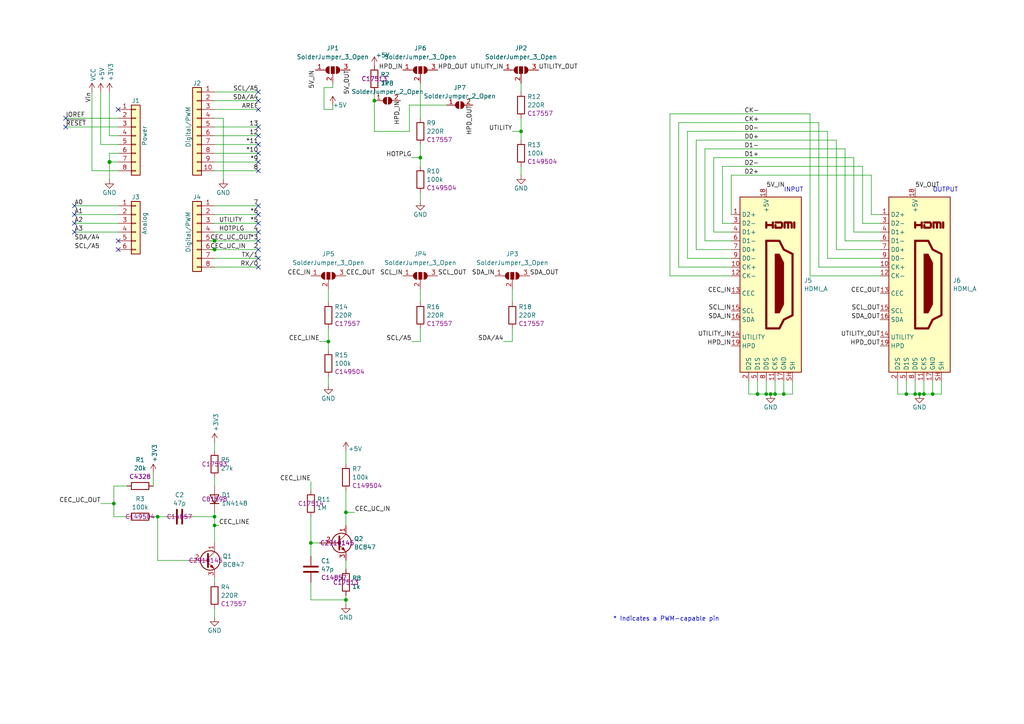
<source format=kicad_sch>
(kicad_sch (version 20230121) (generator eeschema)
  (paper "A4")
  (title_block (date "mar. 31 mars 2015"))
  (lib_symbols
    (symbol "Connector:HDMI_A"
      (property "Reference" "J" (at -6.35 26.67 0))
      (property "Value" "HDMI_A" (at 10.16 26.67 0))
      (symbol "HDMI_A_0_0"
        (polyline (pts (xy 8.128 16.51) (xy 8.128 18.034)) (stroke (width 0.635)))
        (polyline (pts (xy 0 16.51) (xy 0 18.034) (xy 0 17.272) (xy 1.905 17.272) (xy 1.905 18.034) (xy 1.905 16.51)) (stroke (width 0.635)))
        (polyline (pts (xy 2.667 18.034) (xy 4.318 18.034) (xy 4.572 17.78) (xy 4.572 16.764) (xy 4.318 16.51) (xy 2.667 16.51) (xy 2.667 17.272)) (stroke (width 0.635)))
      )
      (symbol "HDMI_A_0_1"
        (rectangle (start -7.62 25.4) (end 10.16 -25.4) (stroke (width 0.254)) (fill (type background)))
        (polyline (pts (xy 2.54 8.89) (xy 3.81 8.89) (xy 5.08 6.35) (xy 5.08 -5.715) (xy 3.81 -8.255) (xy 2.54 -8.255) (xy 2.54 8.89)) (fill (type outline)))
        (polyline (pts (xy 5.334 16.51) (xy 5.334 18.034) (xy 6.35 18.034) (xy 6.35 16.51) (xy 6.35 18.034) (xy 7.112 18.034) (xy 7.366 17.78) (xy 7.366 16.51)) (stroke (width 0.635)))
        (polyline (pts (xy 0 12.7) (xy 0 -12.7) (xy 3.81 -12.7) (xy 5.08 -10.16) (xy 7.62 -8.89) (xy 7.62 8.89) (xy 5.08 10.16) (xy 3.81 12.7) (xy 0 12.7)) (stroke (width 0.635)))
      )
      (symbol "HDMI_A_1_1"
        (pin passive line (at -10.16 20.32 0) (length 2.54) (name "D2+") (number "1"))
        (pin passive line (at -10.16 5.08 0) (length 2.54) (name "CK+") (number "10"))
        (pin power_in line (at 2.54 -27.94 90) (length 2.54) (name "CKS") (number "11"))
        (pin passive line (at -10.16 2.54 0) (length 2.54) (name "CK-") (number "12"))
        (pin bidirectional line (at -10.16 -2.54 0) (length 2.54) (name "CEC") (number "13"))
        (pin passive line (at -10.16 -15.24 0) (length 2.54) (name "UTILITY") (number "14"))
        (pin passive line (at -10.16 -7.62 0) (length 2.54) (name "SCL") (number "15"))
        (pin bidirectional line (at -10.16 -10.16 0) (length 2.54) (name "SDA") (number "16"))
        (pin power_in line (at 5.08 -27.94 90) (length 2.54) (name "GND") (number "17"))
        (pin power_in line (at 0 27.94 270) (length 2.54) (name "+5V") (number "18"))
        (pin passive line (at -10.16 -17.78 0) (length 2.54) (name "HPD") (number "19"))
        (pin power_in line (at -5.08 -27.94 90) (length 2.54) (name "D2S") (number "2"))
        (pin passive line (at -10.16 17.78 0) (length 2.54) (name "D2-") (number "3"))
        (pin passive line (at -10.16 15.24 0) (length 2.54) (name "D1+") (number "4"))
        (pin power_in line (at -2.54 -27.94 90) (length 2.54) (name "D1S") (number "5"))
        (pin passive line (at -10.16 12.7 0) (length 2.54) (name "D1-") (number "6"))
        (pin passive line (at -10.16 10.16 0) (length 2.54) (name "D0+") (number "7"))
        (pin power_in line (at 0 -27.94 90) (length 2.54) (name "D0S") (number "8"))
        (pin passive line (at -10.16 7.62 0) (length 2.54) (name "D0-") (number "9"))
        (pin passive line (at 7.62 -27.94 90) (length 2.54) (name "SH") (number "SH"))
      )
    )
    (symbol "Connector_Generic:Conn_01x06" (pin_names (offset 1.016) hide)
      (property "Reference" "J" (at 0 7.62 0))
      (property "Value" "Conn_01x06" (at 0 -10.16 0))
      (symbol "Conn_01x06_1_1"
        (rectangle (start -1.27 -7.493) (end 0 -7.747) (stroke (width 0.1524)))
        (rectangle (start -1.27 -4.953) (end 0 -5.207) (stroke (width 0.1524)))
        (rectangle (start -1.27 -2.413) (end 0 -2.667) (stroke (width 0.1524)))
        (rectangle (start -1.27 0.127) (end 0 -0.127) (stroke (width 0.1524)))
        (rectangle (start -1.27 2.667) (end 0 2.413) (stroke (width 0.1524)))
        (rectangle (start -1.27 5.207) (end 0 4.953) (stroke (width 0.1524)))
        (rectangle (start -1.27 6.35) (end 1.27 -8.89) (stroke (width 0.254)) (fill (type background)))
        (pin passive line (at -5.08 5.08 0) (length 3.81) (name "Pin_1") (number "1"))
        (pin passive line (at -5.08 2.54 0) (length 3.81) (name "Pin_2") (number "2"))
        (pin passive line (at -5.08 0 0) (length 3.81) (name "Pin_3") (number "3"))
        (pin passive line (at -5.08 -2.54 0) (length 3.81) (name "Pin_4") (number "4"))
        (pin passive line (at -5.08 -5.08 0) (length 3.81) (name "Pin_5") (number "5"))
        (pin passive line (at -5.08 -7.62 0) (length 3.81) (name "Pin_6") (number "6"))
      )
    )
    (symbol "Connector_Generic:Conn_01x08" (pin_names (offset 1.016) hide)
      (property "Reference" "J" (at 0 10.16 0))
      (property "Value" "Conn_01x08" (at 0 -12.7 0))
      (symbol "Conn_01x08_1_1"
        (rectangle (start -1.27 -10.033) (end 0 -10.287) (stroke (width 0.1524)))
        (rectangle (start -1.27 -7.493) (end 0 -7.747) (stroke (width 0.1524)))
        (rectangle (start -1.27 -4.953) (end 0 -5.207) (stroke (width 0.1524)))
        (rectangle (start -1.27 -2.413) (end 0 -2.667) (stroke (width 0.1524)))
        (rectangle (start -1.27 0.127) (end 0 -0.127) (stroke (width 0.1524)))
        (rectangle (start -1.27 2.667) (end 0 2.413) (stroke (width 0.1524)))
        (rectangle (start -1.27 5.207) (end 0 4.953) (stroke (width 0.1524)))
        (rectangle (start -1.27 7.747) (end 0 7.493) (stroke (width 0.1524)))
        (rectangle (start -1.27 8.89) (end 1.27 -11.43) (stroke (width 0.254)) (fill (type background)))
        (pin passive line (at -5.08 7.62 0) (length 3.81) (name "Pin_1") (number "1"))
        (pin passive line (at -5.08 5.08 0) (length 3.81) (name "Pin_2") (number "2"))
        (pin passive line (at -5.08 2.54 0) (length 3.81) (name "Pin_3") (number "3"))
        (pin passive line (at -5.08 0 0) (length 3.81) (name "Pin_4") (number "4"))
        (pin passive line (at -5.08 -2.54 0) (length 3.81) (name "Pin_5") (number "5"))
        (pin passive line (at -5.08 -5.08 0) (length 3.81) (name "Pin_6") (number "6"))
        (pin passive line (at -5.08 -7.62 0) (length 3.81) (name "Pin_7") (number "7"))
        (pin passive line (at -5.08 -10.16 0) (length 3.81) (name "Pin_8") (number "8"))
      )
    )
    (symbol "Connector_Generic:Conn_01x10" (pin_names (offset 1.016) hide)
      (property "Reference" "J" (at 0 12.7 0))
      (property "Value" "Conn_01x10" (at 0 -15.24 0))
      (symbol "Conn_01x10_1_1"
        (rectangle (start -1.27 -12.573) (end 0 -12.827) (stroke (width 0.1524)))
        (rectangle (start -1.27 -10.033) (end 0 -10.287) (stroke (width 0.1524)))
        (rectangle (start -1.27 -7.493) (end 0 -7.747) (stroke (width 0.1524)))
        (rectangle (start -1.27 -4.953) (end 0 -5.207) (stroke (width 0.1524)))
        (rectangle (start -1.27 -2.413) (end 0 -2.667) (stroke (width 0.1524)))
        (rectangle (start -1.27 0.127) (end 0 -0.127) (stroke (width 0.1524)))
        (rectangle (start -1.27 2.667) (end 0 2.413) (stroke (width 0.1524)))
        (rectangle (start -1.27 5.207) (end 0 4.953) (stroke (width 0.1524)))
        (rectangle (start -1.27 7.747) (end 0 7.493) (stroke (width 0.1524)))
        (rectangle (start -1.27 10.287) (end 0 10.033) (stroke (width 0.1524)))
        (rectangle (start -1.27 11.43) (end 1.27 -13.97) (stroke (width 0.254)) (fill (type background)))
        (pin passive line (at -5.08 10.16 0) (length 3.81) (name "Pin_1") (number "1"))
        (pin passive line (at -5.08 -12.7 0) (length 3.81) (name "Pin_10") (number "10"))
        (pin passive line (at -5.08 7.62 0) (length 3.81) (name "Pin_2") (number "2"))
        (pin passive line (at -5.08 5.08 0) (length 3.81) (name "Pin_3") (number "3"))
        (pin passive line (at -5.08 2.54 0) (length 3.81) (name "Pin_4") (number "4"))
        (pin passive line (at -5.08 0 0) (length 3.81) (name "Pin_5") (number "5"))
        (pin passive line (at -5.08 -2.54 0) (length 3.81) (name "Pin_6") (number "6"))
        (pin passive line (at -5.08 -5.08 0) (length 3.81) (name "Pin_7") (number "7"))
        (pin passive line (at -5.08 -7.62 0) (length 3.81) (name "Pin_8") (number "8"))
        (pin passive line (at -5.08 -10.16 0) (length 3.81) (name "Pin_9") (number "9"))
      )
    )
    (symbol "Device:C" (pin_numbers hide) (pin_names (offset 0.254))
      (property "Reference" "C" (at 0.635 2.54 0))
      (property "Value" "C" (at 0.635 -2.54 0))
      (symbol "C_0_1"
        (polyline (pts (xy -2.032 -0.762) (xy 2.032 -0.762)) (stroke (width 0.508)))
        (polyline (pts (xy -2.032 0.762) (xy 2.032 0.762)) (stroke (width 0.508)))
      )
      (symbol "C_1_1"
        (pin passive line (at 0 3.81 270) (length 2.794) (name "~") (number "1"))
        (pin passive line (at 0 -3.81 90) (length 2.794) (name "~") (number "2"))
      )
    )
    (symbol "Device:R" (pin_numbers hide) (pin_names (offset 0))
      (property "Reference" "R" (at 2.032 0 90))
      (property "Value" "R" (at 0 0 90))
      (symbol "R_0_1"
        (rectangle (start -1.016 -2.54) (end 1.016 2.54) (stroke (width 0.254)))
      )
      (symbol "R_1_1"
        (pin passive line (at 0 3.81 270) (length 1.27) (name "~") (number "1"))
        (pin passive line (at 0 -3.81 90) (length 1.27) (name "~") (number "2"))
      )
    )
    (symbol "Diode:1N4148" (pin_numbers hide) (pin_names hide)
      (property "Reference" "D" (at 0 2.54 0))
      (property "Value" "1N4148" (at 0 -2.54 0))
      (symbol "1N4148_0_1"
        (polyline (pts (xy -1.27 1.27) (xy -1.27 -1.27)) (stroke (width 0.254)))
        (polyline (pts (xy 1.27 0) (xy -1.27 0)))
        (polyline (pts (xy 1.27 1.27) (xy 1.27 -1.27) (xy -1.27 0) (xy 1.27 1.27)) (stroke (width 0.254)))
      )
      (symbol "1N4148_1_1"
        (pin passive line (at -3.81 0 0) (length 2.54) (name "K") (number "1"))
        (pin passive line (at 3.81 0 180) (length 2.54) (name "A") (number "2"))
      )
    )
    (symbol "Jumper:SolderJumper_2_Open" (pin_names (offset 0) hide)
      (property "Reference" "JP" (at 0 2.032 0))
      (property "Value" "SolderJumper_2_Open" (at 0 -2.54 0))
      (symbol "SolderJumper_2_Open_0_1"
        (arc (start -0.254 1.016) (mid -1.2656 0) (end -0.254 -1.016))
        (arc (start -0.254 1.016) (mid -1.2656 0) (end -0.254 -1.016) (fill (type outline)))
        (polyline (pts (xy -0.254 1.016) (xy -0.254 -1.016)))
        (polyline (pts (xy 0.254 1.016) (xy 0.254 -1.016)))
        (arc (start 0.254 -1.016) (mid 1.2656 0) (end 0.254 1.016))
        (arc (start 0.254 -1.016) (mid 1.2656 0) (end 0.254 1.016) (fill (type outline)))
      )
      (symbol "SolderJumper_2_Open_1_1"
        (pin passive line (at -3.81 0 0) (length 2.54) (name "A") (number "1"))
        (pin passive line (at 3.81 0 180) (length 2.54) (name "B") (number "2"))
      )
    )
    (symbol "Jumper:SolderJumper_3_Open" (pin_names (offset 0) hide)
      (property "Reference" "JP" (at -2.54 -2.54 0))
      (property "Value" "SolderJumper_3_Open" (at 0 2.794 0))
      (symbol "SolderJumper_3_Open_0_1"
        (arc (start -1.016 1.016) (mid -2.0276 0) (end -1.016 -1.016))
        (arc (start -1.016 1.016) (mid -2.0276 0) (end -1.016 -1.016) (fill (type outline)))
        (rectangle (start -0.508 1.016) (end 0.508 -1.016) (fill (type outline)))
        (polyline (pts (xy -2.54 0) (xy -2.032 0)))
        (polyline (pts (xy -1.016 1.016) (xy -1.016 -1.016)))
        (polyline (pts (xy 0 -1.27) (xy 0 -1.016)))
        (polyline (pts (xy 1.016 1.016) (xy 1.016 -1.016)))
        (polyline (pts (xy 2.54 0) (xy 2.032 0)))
        (arc (start 1.016 -1.016) (mid 2.0276 0) (end 1.016 1.016))
        (arc (start 1.016 -1.016) (mid 2.0276 0) (end 1.016 1.016) (fill (type outline)))
      )
      (symbol "SolderJumper_3_Open_1_1"
        (pin passive line (at -5.08 0 0) (length 2.54) (name "A") (number "1"))
        (pin passive line (at 0 -3.81 90) (length 2.54) (name "C") (number "2"))
        (pin passive line (at 5.08 0 180) (length 2.54) (name "B") (number "3"))
      )
    )
    (symbol "Transistor_BJT:BC547" (pin_names (offset 0) hide)
      (property "Reference" "Q" (at 5.08 1.905 0))
      (property "Value" "BC547" (at 5.08 0 0))
      (symbol "BC547_0_1"
        (polyline (pts (xy 0 0) (xy 0.635 0)))
        (polyline (pts (xy 0.635 0.635) (xy 2.54 2.54)))
        (polyline (pts (xy 0.635 -0.635) (xy 2.54 -2.54) (xy 2.54 -2.54)))
        (polyline (pts (xy 0.635 1.905) (xy 0.635 -1.905) (xy 0.635 -1.905)) (stroke (width 0.508)))
        (polyline (pts (xy 1.27 -1.778) (xy 1.778 -1.27) (xy 2.286 -2.286) (xy 1.27 -1.778) (xy 1.27 -1.778)) (fill (type outline)))
        (circle (center 1.27 0) (radius 2.8194) (stroke (width 0.254)))
      )
      (symbol "BC547_1_1"
        (pin passive line (at 2.54 5.08 270) (length 2.54) (name "C") (number "1"))
        (pin input line (at -5.08 0 0) (length 5.08) (name "B") (number "2"))
        (pin passive line (at 2.54 -5.08 90) (length 2.54) (name "E") (number "3"))
      )
    )
    (symbol "power:+3V3" (power) (pin_names (offset 0))
      (property "Value" "+3V3" (at 0 3.556 0))
      (symbol "+3V3_0_1"
        (polyline (pts (xy -0.762 1.27) (xy 0 2.54)))
        (polyline (pts (xy 0 0) (xy 0 2.54)))
        (polyline (pts (xy 0 2.54) (xy 0.762 1.27)))
      )
      (symbol "+3V3_1_1"
        (pin power_in line (at 0 0 90) (length 0) hide (name "+3V3") (number "1"))
      )
    )
    (symbol "power:+5V" (power) (pin_names (offset 0))
      (property "Value" "+5V" (at 0 3.556 0))
      (symbol "+5V_0_1"
        (polyline (pts (xy -0.762 1.27) (xy 0 2.54)))
        (polyline (pts (xy 0 0) (xy 0 2.54)))
        (polyline (pts (xy 0 2.54) (xy 0.762 1.27)))
      )
      (symbol "+5V_1_1"
        (pin power_in line (at 0 0 90) (length 0) hide (name "+5V") (number "1"))
      )
    )
    (symbol "power:GND" (power) (pin_names (offset 0))
      (property "Value" "GND" (at 0 -3.81 0))
      (symbol "GND_0_1"
        (polyline (pts (xy 0 0) (xy 0 -1.27) (xy 1.27 -1.27) (xy 0 -2.54) (xy -1.27 -1.27) (xy 0 -1.27)))
      )
      (symbol "GND_1_1"
        (pin power_in line (at 0 0 270) (length 0) hide (name "GND") (number "1"))
      )
    )
    (symbol "power:VCC" (power) (pin_names (offset 0))
      (property "Value" "VCC" (at 0 3.81 0))
      (symbol "VCC_0_1"
        (polyline (pts (xy -0.762 1.27) (xy 0 2.54)))
        (polyline (pts (xy 0 0) (xy 0 2.54)))
        (polyline (pts (xy 0 2.54) (xy 0.762 1.27)))
      )
      (symbol "VCC_1_1"
        (pin power_in line (at 0 0 90) (length 0) hide (name "VCC") (number "1"))
      )
    )
  )
  (junction (at 100.33 173.99))
  (junction (at 62.23 152.4))
  (junction (at 267.97 114.3))
  (junction (at 121.92 45.72))
  (junction (at 62.23 72.39))
  (junction (at 31.75 46.99) (diameter 1.016))
  (junction (at 227.33 114.3))
  (junction (at 45.72 149.86))
  (junction (at 270.51 114.3))
  (junction (at 266.7 114.3))
  (junction (at 219.71 114.3))
  (junction (at 95.25 99.06))
  (junction (at 262.89 114.3))
  (junction (at 62.23 149.86))
  (junction (at 224.79 114.3))
  (junction (at 265.43 114.3))
  (junction (at 151.13 38.1))
  (junction (at 62.23 69.85))
  (junction (at 108.585 29.21))
  (junction (at 33.02 146.05))
  (junction (at 222.25 114.3))
  (junction (at 100.33 148.59))
  (junction (at 223.52 114.3))
  (junction (at 90.17 157.48))
  (no_connect (at 21.59 64.77))
  (no_connect (at 74.93 64.77))
  (no_connect (at 74.93 46.99))
  (no_connect (at 19.05 36.83))
  (no_connect (at 74.93 41.91))
  (no_connect (at 21.59 62.23))
  (no_connect (at 74.93 67.31))
  (no_connect (at 74.93 44.45))
  (no_connect (at 34.29 72.39))
  (no_connect (at 21.59 67.31))
  (no_connect (at 74.93 72.39))
  (no_connect (at 34.29 69.85))
  (no_connect (at 74.93 74.93))
  (no_connect (at 74.93 39.37))
  (no_connect (at 74.93 26.67))
  (no_connect (at 74.93 31.75))
  (no_connect (at 19.05 34.29))
  (no_connect (at 74.93 77.47))
  (no_connect (at 21.59 59.69))
  (no_connect (at 74.93 36.83))
  (no_connect (at 74.93 69.85))
  (no_connect (at 74.93 59.69))
  (no_connect (at 74.93 29.21))
  (no_connect (at 34.29 31.75))
  (no_connect (at 74.93 62.23))
  (no_connect (at 74.93 49.53))
  (wire (pts (xy 62.23 77.47) (xy 74.93 77.47)))
  (wire (pts (xy 62.23 44.45) (xy 74.93 44.45)))
  (wire (pts (xy 270.51 110.49) (xy 270.51 114.3)))
  (wire (pts (xy 45.72 149.86) (xy 48.26 149.86)))
  (wire (pts (xy 62.23 152.4) (xy 62.23 157.48)))
  (wire (pts (xy 55.88 149.86) (xy 62.23 149.86)))
  (wire (pts (xy 148.59 83.82) (xy 148.59 87.63)))
  (wire (pts (xy 209.55 48.26) (xy 209.55 64.77)))
  (wire (pts (xy 54.61 162.56) (xy 45.72 162.56)))
  (wire (pts (xy 217.17 114.3) (xy 219.71 114.3)))
  (wire (pts (xy 100.33 130.81) (xy 100.33 134.62)))
  (wire (pts (xy 44.45 149.86) (xy 45.72 149.86)))
  (wire (pts (xy 212.09 50.8) (xy 212.09 62.23)))
  (wire (pts (xy 209.55 48.26) (xy 250.19 48.26)))
  (wire (pts (xy 31.75 44.45) (xy 31.75 46.99)))
  (wire (pts (xy 217.17 110.49) (xy 217.17 114.3)))
  (wire (pts (xy 62.23 176.53) (xy 62.23 179.07)))
  (wire (pts (xy 201.93 72.39) (xy 212.09 72.39)))
  (wire (pts (xy 90.17 149.86) (xy 90.17 157.48)))
  (wire (pts (xy 92.71 99.06) (xy 95.25 99.06)))
  (wire (pts (xy 245.11 69.85) (xy 245.11 43.18)))
  (wire (pts (xy 224.79 114.3) (xy 227.33 114.3)))
  (wire (pts (xy 219.71 110.49) (xy 219.71 114.3)))
  (wire (pts (xy 31.75 46.99) (xy 31.75 52.07)))
  (wire (pts (xy 207.01 67.31) (xy 212.09 67.31)))
  (wire (pts (xy 62.23 29.21) (xy 74.93 29.21)))
  (wire (pts (xy 31.75 39.37) (xy 34.29 39.37)))
  (wire (pts (xy 121.92 41.91) (xy 121.92 45.72)))
  (wire (pts (xy 100.33 172.72) (xy 100.33 173.99)))
  (wire (pts (xy 29.21 41.91) (xy 34.29 41.91)))
  (wire (pts (xy 95.25 109.22) (xy 95.25 111.76)))
  (wire (pts (xy 247.65 45.72) (xy 207.01 45.72)))
  (wire (pts (xy 29.21 26.67) (xy 29.21 41.91)))
  (wire (pts (xy 196.85 77.47) (xy 212.09 77.47)))
  (wire (pts (xy 209.55 64.77) (xy 212.09 64.77)))
  (wire (pts (xy 118.745 38.1) (xy 108.585 38.1)))
  (wire (pts (xy 93.98 31.75) (xy 96.52 31.75)))
  (wire (pts (xy 100.33 148.59) (xy 100.33 152.4)))
  (wire (pts (xy 151.13 48.26) (xy 151.13 50.8)))
  (wire (pts (xy 242.57 40.64) (xy 201.93 40.64)))
  (wire (pts (xy 242.57 72.39) (xy 242.57 40.64)))
  (wire (pts (xy 255.27 80.01) (xy 234.95 80.01)))
  (wire (pts (xy 223.52 114.3) (xy 224.79 114.3)))
  (wire (pts (xy 62.23 36.83) (xy 74.93 36.83)))
  (wire (pts (xy 96.52 24.13) (xy 96.52 25.4)))
  (wire (pts (xy 151.13 34.29) (xy 151.13 38.1)))
  (wire (pts (xy 237.49 35.56) (xy 196.85 35.56)))
  (wire (pts (xy 31.75 26.67) (xy 31.75 39.37)))
  (wire (pts (xy 62.23 59.69) (xy 74.93 59.69)))
  (wire (pts (xy 108.585 26.67) (xy 108.585 29.21)))
  (wire (pts (xy 95.25 95.25) (xy 95.25 99.06)))
  (wire (pts (xy 34.29 59.69) (xy 21.59 59.69)))
  (wire (pts (xy 62.23 39.37) (xy 74.93 39.37)))
  (wire (pts (xy 255.27 64.77) (xy 250.19 64.77)))
  (wire (pts (xy 227.33 114.3) (xy 229.87 114.3)))
  (wire (pts (xy 119.38 45.72) (xy 121.92 45.72)))
  (wire (pts (xy 224.79 110.49) (xy 224.79 114.3)))
  (wire (pts (xy 62.23 62.23) (xy 74.93 62.23)))
  (wire (pts (xy 95.25 99.06) (xy 95.25 101.6)))
  (wire (pts (xy 45.72 162.56) (xy 45.72 149.86)))
  (wire (pts (xy 62.23 149.86) (xy 62.23 152.4)))
  (wire (pts (xy 146.05 99.06) (xy 148.59 99.06)))
  (wire (pts (xy 121.92 55.88) (xy 121.92 58.42)))
  (wire (pts (xy 237.49 35.56) (xy 237.49 77.47)))
  (wire (pts (xy 62.23 46.99) (xy 74.93 46.99)))
  (wire (pts (xy 199.39 74.93) (xy 212.09 74.93)))
  (wire (pts (xy 265.43 110.49) (xy 265.43 114.3)))
  (wire (pts (xy 234.95 80.01) (xy 234.95 33.02)))
  (wire (pts (xy 250.19 64.77) (xy 250.19 48.26)))
  (wire (pts (xy 33.02 146.05) (xy 33.02 149.86)))
  (wire (pts (xy 62.23 67.31) (xy 74.93 67.31)))
  (wire (pts (xy 93.98 25.4) (xy 93.98 31.75)))
  (wire (pts (xy 19.05 34.29) (xy 34.29 34.29)))
  (wire (pts (xy 62.23 26.67) (xy 74.93 26.67)))
  (wire (pts (xy 148.59 38.1) (xy 151.13 38.1)))
  (wire (pts (xy 100.33 148.59) (xy 102.87 148.59)))
  (wire (pts (xy 262.89 114.3) (xy 265.43 114.3)))
  (wire (pts (xy 255.27 69.85) (xy 245.11 69.85)))
  (wire (pts (xy 252.73 50.8) (xy 212.09 50.8)))
  (wire (pts (xy 96.52 30.48) (xy 96.52 31.75)))
  (wire (pts (xy 219.71 114.3) (xy 222.25 114.3)))
  (wire (pts (xy 260.35 114.3) (xy 262.89 114.3)))
  (wire (pts (xy 33.02 149.86) (xy 36.83 149.86)))
  (wire (pts (xy 240.03 74.93) (xy 240.03 38.1)))
  (wire (pts (xy 64.77 34.29) (xy 64.77 52.07)))
  (wire (pts (xy 148.59 95.25) (xy 148.59 99.06)))
  (wire (pts (xy 90.17 157.48) (xy 90.17 161.29)))
  (wire (pts (xy 240.03 38.1) (xy 199.39 38.1)))
  (wire (pts (xy 62.23 31.75) (xy 74.93 31.75)))
  (wire (pts (xy 92.71 157.48) (xy 90.17 157.48)))
  (wire (pts (xy 204.47 69.85) (xy 212.09 69.85)))
  (wire (pts (xy 100.33 162.56) (xy 100.33 165.1)))
  (wire (pts (xy 247.65 67.31) (xy 247.65 45.72)))
  (wire (pts (xy 222.25 114.3) (xy 223.52 114.3)))
  (wire (pts (xy 34.29 64.77) (xy 21.59 64.77)))
  (wire (pts (xy 100.33 173.99) (xy 90.17 173.99)))
  (wire (pts (xy 19.05 36.83) (xy 34.29 36.83)))
  (wire (pts (xy 255.27 62.23) (xy 252.73 62.23)))
  (wire (pts (xy 121.92 83.82) (xy 121.92 87.63)))
  (wire (pts (xy 121.92 95.25) (xy 121.92 99.06)))
  (wire (pts (xy 118.745 30.48) (xy 118.745 38.1)))
  (wire (pts (xy 34.29 46.99) (xy 31.75 46.99)))
  (wire (pts (xy 270.51 114.3) (xy 273.05 114.3)))
  (wire (pts (xy 129.54 30.48) (xy 118.745 30.48)))
  (wire (pts (xy 121.92 24.13) (xy 121.92 34.29)))
  (wire (pts (xy 201.93 40.64) (xy 201.93 72.39)))
  (wire (pts (xy 151.13 38.1) (xy 151.13 40.64)))
  (wire (pts (xy 266.7 114.3) (xy 267.97 114.3)))
  (wire (pts (xy 62.23 69.85) (xy 74.93 69.85)))
  (wire (pts (xy 196.85 35.56) (xy 196.85 77.47)))
  (wire (pts (xy 234.95 33.02) (xy 194.31 33.02)))
  (wire (pts (xy 121.92 45.72) (xy 121.92 48.26)))
  (wire (pts (xy 267.97 110.49) (xy 267.97 114.3)))
  (wire (pts (xy 194.31 80.01) (xy 212.09 80.01)))
  (wire (pts (xy 34.29 49.53) (xy 26.67 49.53)))
  (wire (pts (xy 44.45 137.16) (xy 44.45 140.97)))
  (wire (pts (xy 21.59 62.23) (xy 34.29 62.23)))
  (wire (pts (xy 60.96 72.39) (xy 62.23 72.39)))
  (wire (pts (xy 62.23 148.59) (xy 62.23 149.86)))
  (wire (pts (xy 29.21 146.05) (xy 33.02 146.05)))
  (wire (pts (xy 90.17 173.99) (xy 90.17 168.91)))
  (wire (pts (xy 100.33 142.24) (xy 100.33 148.59)))
  (wire (pts (xy 265.43 114.3) (xy 266.7 114.3)))
  (wire (pts (xy 255.27 74.93) (xy 240.03 74.93)))
  (wire (pts (xy 207.01 45.72) (xy 207.01 67.31)))
  (wire (pts (xy 62.23 152.4) (xy 63.5 152.4)))
  (wire (pts (xy 62.23 167.64) (xy 62.23 168.91)))
  (wire (pts (xy 255.27 72.39) (xy 242.57 72.39)))
  (wire (pts (xy 62.23 34.29) (xy 64.77 34.29)))
  (wire (pts (xy 119.38 99.06) (xy 121.92 99.06)))
  (wire (pts (xy 34.29 44.45) (xy 31.75 44.45)))
  (wire (pts (xy 95.25 83.82) (xy 95.25 87.63)))
  (wire (pts (xy 62.23 138.43) (xy 62.23 140.97)))
  (wire (pts (xy 62.23 41.91) (xy 74.93 41.91)))
  (wire (pts (xy 100.33 173.99) (xy 100.33 175.26)))
  (wire (pts (xy 255.27 67.31) (xy 247.65 67.31)))
  (wire (pts (xy 62.23 128.27) (xy 62.23 130.81)))
  (wire (pts (xy 62.23 64.77) (xy 74.93 64.77)))
  (wire (pts (xy 60.96 69.85) (xy 62.23 69.85)))
  (wire (pts (xy 255.27 77.47) (xy 237.49 77.47)))
  (wire (pts (xy 21.59 67.31) (xy 34.29 67.31)))
  (wire (pts (xy 151.13 24.13) (xy 151.13 26.67)))
  (wire (pts (xy 245.11 43.18) (xy 204.47 43.18)))
  (wire (pts (xy 199.39 38.1) (xy 199.39 74.93)))
  (wire (pts (xy 33.02 140.97) (xy 33.02 146.05)))
  (wire (pts (xy 194.31 33.02) (xy 194.31 80.01)))
  (wire (pts (xy 96.52 25.4) (xy 93.98 25.4)))
  (wire (pts (xy 227.33 110.49) (xy 227.33 114.3)))
  (wire (pts (xy 252.73 62.23) (xy 252.73 50.8)))
  (wire (pts (xy 204.47 43.18) (xy 204.47 69.85)))
  (wire (pts (xy 62.23 72.39) (xy 74.93 72.39)))
  (wire (pts (xy 90.17 139.7) (xy 90.17 142.24)))
  (wire (pts (xy 273.05 110.49) (xy 273.05 114.3)))
  (wire (pts (xy 222.25 110.49) (xy 222.25 114.3)))
  (wire (pts (xy 260.35 110.49) (xy 260.35 114.3)))
  (wire (pts (xy 33.02 140.97) (xy 36.83 140.97)))
  (wire (pts (xy 262.89 110.49) (xy 262.89 114.3)))
  (wire (pts (xy 229.87 110.49) (xy 229.87 114.3)))
  (wire (pts (xy 62.23 74.93) (xy 74.93 74.93)))
  (wire (pts (xy 26.67 49.53) (xy 26.67 26.67)))
  (wire (pts (xy 108.585 38.1) (xy 108.585 29.21)))
  (wire (pts (xy 62.23 49.53) (xy 74.93 49.53)))
  (wire (pts (xy 267.97 114.3) (xy 270.51 114.3)))
  (text "OUTPUT" (at 270.51 55.88 0) (effects (font (size 1.27 1.27)) (justify left bottom)))
  (text "* Indicates a PWM-capable pin" (at 177.8 180.34 0) (effects (font (size 1.27 1.27)) (justify left bottom)))
  (text "INPUT" (at 227.33 55.88 0) (effects (font (size 1.27 1.27)) (justify left bottom)))
  (label "RX{slash}0" (at 74.93 77.47 180))
  (label "CEC_UC_IN" (at 102.87 148.59 0))
  (label "A2" (at 21.59 64.77 0))
  (label "4" (at 74.93 67.31 180))
  (label "CEC_IN" (at 90.17 80.01 180))
  (label "UTILITY_IN" (at 146.05 20.32 180))
  (label "UTILITY_OUT" (at 255.27 97.79 180))
  (label "SCL_IN" (at 116.84 80.01 180))
  (label "5V_OUT" (at 265.43 54.61 0))
  (label "D0-" (at 215.9 38.1 0))
  (label "5V_OUT" (at 101.6 20.32 270))
  (label "HOTPLG" (at 119.38 45.72 180))
  (label "SCL{slash}A5" (at 119.38 99.06 180))
  (label "2" (at 74.93 72.39 180))
  (label "D1-" (at 215.9 43.18 0))
  (label "D2-" (at 215.9 48.26 0))
  (label "A3" (at 21.59 67.31 0))
  (label "CEC_LINE" (at 90.17 139.7 180))
  (label "UTILITY" (at 148.59 38.1 180))
  (label "SDA{slash}A4" (at 146.05 99.06 180))
  (label "13" (at 74.93 36.83 180))
  (label "CEC_OUT" (at 100.33 80.01 0))
  (label "D2+" (at 215.9 50.8 0))
  (label "SCL_IN" (at 212.09 90.17 180))
  (label "12" (at 74.93 39.37 180))
  (label "HPD_IN" (at 212.09 100.33 180))
  (label "UTILITY_OUT" (at 156.21 20.32 0))
  (label "~{RESET}" (at 19.05 36.83 0))
  (label "D1+" (at 215.9 45.72 0))
  (label "*10" (at 74.93 44.45 180))
  (label "SDA_IN" (at 212.09 92.71 180))
  (label "HPD_OUT" (at 127 20.32 0))
  (label "HPD_OUT" (at 137.16 30.48 270))
  (label "5V_IN" (at 222.25 54.61 0))
  (label "CEC_IN" (at 212.09 85.09 180))
  (label "CK+" (at 215.9 35.56 0))
  (label "5V_IN" (at 91.44 20.32 270))
  (label "UTILITY" (at 63.5 64.77 0))
  (label "HPD_IN" (at 116.205 29.21 270))
  (label "CEC_OUT" (at 255.27 85.09 180))
  (label "7" (at 74.93 59.69 180))
  (label "SDA{slash}A4" (at 74.93 29.21 180))
  (label "8" (at 74.93 49.53 180))
  (label "CEC_UC_OUT" (at 29.21 146.05 180))
  (label "HPD_OUT" (at 255.27 100.33 180))
  (label "CEC_LINE" (at 92.71 99.06 180))
  (label "CEC_UC_OUT" (at 60.96 69.85 0))
  (label "*11" (at 74.93 41.91 180))
  (label "*3" (at 74.93 69.85 180))
  (label "HOTPLG" (at 63.5 67.31 0))
  (label "HPD_IN" (at 116.84 20.32 180))
  (label "A1" (at 21.59 62.23 0))
  (label "TX{slash}1" (at 74.93 74.93 180))
  (label "CK-" (at 215.9 33.02 0))
  (label "A0" (at 21.59 59.69 0))
  (label "AREF" (at 74.93 31.75 180))
  (label "D0+" (at 215.9 40.64 0))
  (label "Vin" (at 26.67 26.67 270))
  (label "CEC_LINE" (at 63.5 152.4 0))
  (label "*6" (at 74.93 62.23 180))
  (label "UTILITY_IN" (at 212.09 97.79 180))
  (label "SCL{slash}A5" (at 74.93 26.67 180))
  (label "*9" (at 74.93 46.99 180))
  (label "SCL_OUT" (at 255.27 90.17 180))
  (label "*5" (at 74.93 64.77 180))
  (label "SDA_IN" (at 143.51 80.01 180))
  (label "SDA_OUT" (at 153.67 80.01 0))
  (label "IOREF" (at 19.05 34.29 0))
  (label "SDA_OUT" (at 255.27 92.71 180))
  (label "SCL_OUT" (at 127 80.01 0))
  (label "SDA{slash}A4" (at 21.59 69.85 0))
  (label "SCL{slash}A5" (at 21.59 72.39 0))
  (label "CEC_UC_IN" (at 60.96 72.39 0))
  (symbol (lib_id "Connector_Generic:Conn_01x08") (at 39.37 39.37 0) (unit 1)
    (property "Reference" "J1" (at 39.37 29.21 0))
    (property "Value" "Power" (at 41.91 39.37 90))
    (property "Footprint" "Connector_PinSocket_2.54mm:PinSocket_1x08_P2.54mm_Vertical" (effects hide))
  )
  (symbol (lib_id "power:+3V3") (at 31.75 26.67 0) (unit 1)
    (property "Reference" "#PWR03" (effects hide))
    (property "Value" "+3.3V" (at 32.131 23.622 90) (effects (justify left)))
  )
  (symbol (lib_id "power:+5V") (at 29.21 26.67 0) (unit 1)
    (property "Reference" "#PWR02" (effects hide))
    (property "Value" "+5V" (at 29.5656 23.622 90) (effects (justify left)))
  )
  (symbol (lib_id "power:GND") (at 31.75 52.07 0) (unit 1)
    (property "Reference" "#PWR04" (effects hide))
    (property "Value" "GND" (at 31.75 55.88 0))
  )
  (symbol (lib_id "Connector_Generic:Conn_01x10") (at 57.15 36.83 0) (mirror y) (unit 1)
    (property "Reference" "J2" (at 57.15 24.13 0))
    (property "Value" "Digital/PWM" (at 54.61 36.83 90))
    (property "Footprint" "Connector_PinSocket_2.54mm:PinSocket_1x10_P2.54mm_Vertical" (effects hide))
  )
  (symbol (lib_id "power:GND") (at 64.77 52.07 0) (unit 1)
    (property "Reference" "#PWR05" (effects hide))
    (property "Value" "GND" (at 64.77 55.88 0))
  )
  (symbol (lib_id "Connector_Generic:Conn_01x06") (at 39.37 64.77 0) (unit 1)
    (property "Reference" "J3" (at 39.37 57.15 0))
    (property "Value" "Analog" (at 41.91 64.77 90))
    (property "Footprint" "Connector_PinSocket_2.54mm:PinSocket_1x06_P2.54mm_Vertical" (effects hide))
  )
  (symbol (lib_id "Connector_Generic:Conn_01x08") (at 57.15 67.31 0) (mirror y) (unit 1)
    (property "Reference" "J4" (at 57.15 57.15 0))
    (property "Value" "Digital/PWM" (at 54.61 67.31 90))
    (property "Footprint" "Connector_PinSocket_2.54mm:PinSocket_1x08_P2.54mm_Vertical" (effects hide))
  )
  (symbol (lib_id "Device:R") (at 40.64 140.97 90) (unit 1)
    (property "Reference" "R1" (at 40.64 133.3855 90))
    (property "Value" "20k" (at 40.64 135.8097 90))
    (property "Footprint" "Resistor_SMD:R_0805_2012Metric" (effects hide))
    (property "LCSC" "C4328" (at 40.64 138.2339 90))
  )
  (symbol (lib_id "Jumper:SolderJumper_3_Open") (at 148.59 80.01 0) (unit 1)
    (property "Reference" "JP3" (at 148.59 73.66 0))
    (property "Value" "SolderJumper_3_Open" (at 148.59 76.2 0))
    (property "Footprint" "Jumper:SolderJumper-3_P2.0mm_Open_TrianglePad1.0x1.5mm" (effects hide))
  )
  (symbol (lib_id "Transistor_BJT:BC547") (at 59.69 162.56 0) (unit 1)
    (property "Reference" "Q1" (at 64.5414 161.3479 0) (effects (justify left)))
    (property "Value" "BC847" (at 64.5414 163.7721 0) (effects (justify left)))
    (property "Footprint" "Package_TO_SOT_SMD:SOT-23" (effects hide))
    (property "Datasheet" "https://www.onsemi.com/pub/Collateral/BC550-D.pdf" (effects hide))
    (property "LCSC" "C2910145" (at 59.69 162.56 0))
  )
  (symbol (lib_id "Device:R") (at 40.64 149.86 90) (unit 1)
    (property "Reference" "R3" (at 40.64 144.6997 90))
    (property "Value" "100k" (at 40.64 147.1239 90))
    (property "Footprint" "Resistor_SMD:R_0805_2012Metric" (effects hide))
    (property "LCSC" "C149504" (at 40.64 149.86 90))
  )
  (symbol (lib_id "power:+5V") (at 100.33 130.81 0) (unit 1)
    (property "Reference" "#PWR013" (effects hide))
    (property "Value" "+5V" (at 100.965 130.175 0) (effects (justify left)))
  )
  (symbol (lib_id "Device:R") (at 121.92 52.07 180) (unit 1)
    (property "Reference" "R10" (at 123.698 49.6458 0) (effects (justify right)))
    (property "Value" "100k" (at 123.698 52.07 0) (effects (justify right)))
    (property "Footprint" "Resistor_SMD:R_0805_2012Metric" (effects hide))
    (property "LCSC" "C149504" (at 123.698 54.4942 0) (effects (justify right)))
  )
  (symbol (lib_id "Diode:1N4148") (at 62.23 144.78 90) (unit 1)
    (property "Reference" "D1" (at 64.262 143.5679 90) (effects (justify right)))
    (property "Value" "1N4148" (at 64.262 145.9921 90) (effects (justify right)))
    (property "Footprint" "Diode_SMD:D_SOD-123" (effects hide))
    (property "Datasheet" "https://assets.nexperia.com/documents/data-sheet/1N4148_1N4448.pdf" (effects hide))
    (property "Sim.Device" "D" (effects hide))
    (property "Sim.Pins" "1=K 2=A" (effects hide))
    (property "LCSC" "C81598" (at 62.23 144.78 90))
  )
  (symbol (lib_id "power:GND") (at 266.7 114.3 0) (unit 1)
    (property "Reference" "#PWR08" (effects hide))
    (property "Value" "GND" (at 266.7 118.11 0))
  )
  (symbol (lib_id "Device:R") (at 151.13 44.45 180) (unit 1)
    (property "Reference" "R13" (at 152.908 42.0258 0) (effects (justify right)))
    (property "Value" "100k" (at 152.908 44.45 0) (effects (justify right)))
    (property "Footprint" "Resistor_SMD:R_0805_2012Metric" (effects hide))
    (property "LCSC" "C149504" (at 152.908 46.8742 0) (effects (justify right)))
  )
  (symbol (lib_id "Device:R") (at 90.17 146.05 180) (unit 1)
    (property "Reference" "R11" (at 91.948 144.8379 0) (effects (justify right)))
    (property "Value" "1M" (at 91.948 147.2621 0) (effects (justify right)))
    (property "Footprint" "Resistor_SMD:R_0805_2012Metric" (effects hide))
    (property "LCSC" "C17514" (at 90.17 146.05 0))
  )
  (symbol (lib_id "Device:R") (at 151.13 30.48 180) (unit 1)
    (property "Reference" "R12" (at 152.908 28.0558 0) (effects (justify right)))
    (property "Value" "220R" (at 152.908 30.48 0) (effects (justify right)))
    (property "Footprint" "Resistor_SMD:R_0805_2012Metric" (effects hide))
    (property "LCSC" "C17557" (at 152.908 32.9042 0) (effects (justify right)))
  )
  (symbol (lib_id "power:GND") (at 223.52 114.3 0) (unit 1)
    (property "Reference" "#PWR07" (effects hide))
    (property "Value" "GND" (at 223.52 118.11 0))
  )
  (symbol (lib_id "Device:C") (at 90.17 165.1 180) (unit 1)
    (property "Reference" "C1" (at 93.091 162.6758 0) (effects (justify right)))
    (property "Value" "47p" (at 93.091 165.1 0) (effects (justify right)))
    (property "Footprint" "Capacitor_SMD:C_0805_2012Metric" (effects hide))
    (property "LCSC" "C14857" (at 93.091 167.5242 0) (effects (justify right)))
  )
  (symbol (lib_id "Jumper:SolderJumper_3_Open") (at 95.25 80.01 0) (unit 1)
    (property "Reference" "JP5" (at 95.25 73.66 0))
    (property "Value" "SolderJumper_3_Open" (at 95.25 76.2 0))
    (property "Footprint" "Jumper:SolderJumper-3_P2.0mm_Open_TrianglePad1.0x1.5mm" (effects hide))
  )
  (symbol (lib_id "Device:R") (at 62.23 134.62 180) (unit 1)
    (property "Reference" "R5" (at 64.008 133.4079 0) (effects (justify right)))
    (property "Value" "27k" (at 64.008 135.8321 0) (effects (justify right)))
    (property "Footprint" "Resistor_SMD:R_0805_2012Metric" (effects hide))
    (property "LCSC" "C17593" (at 62.23 134.62 0))
  )
  (symbol (lib_id "Device:R") (at 95.25 91.44 180) (unit 1)
    (property "Reference" "R14" (at 97.028 89.0158 0) (effects (justify right)))
    (property "Value" "220R" (at 97.028 91.44 0) (effects (justify right)))
    (property "Footprint" "Resistor_SMD:R_0805_2012Metric" (effects hide))
    (property "LCSC" "C17557" (at 97.028 93.8642 0) (effects (justify right)))
  )
  (symbol (lib_id "Jumper:SolderJumper_2_Open") (at 133.35 30.48 0) (unit 1)
    (property "Reference" "JP7" (at 133.35 25.4467 0))
    (property "Value" "SolderJumper_2_Open" (at 133.35 27.8709 0))
    (property "Footprint" "Jumper:SolderJumper-2_P1.3mm_Open_TrianglePad1.0x1.5mm" (effects hide))
  )
  (symbol (lib_id "Connector:HDMI_A") (at 265.43 82.55 0) (unit 1)
    (property "Reference" "J6" (at 276.352 81.3379 0) (effects (justify left)))
    (property "Value" "HDMI_A" (at 276.352 83.7621 0) (effects (justify left)))
    (property "Footprint" "Connector_HDMI:HDMI_A_Amphenol_10029449-x01xLF_Horizontal" (effects hide))
    (property "Datasheet" "https://en.wikipedia.org/wiki/HDMI" (effects hide))
    (property "LCSC" "C428493" (effects hide))
  )
  (symbol (lib_id "Jumper:SolderJumper_3_Open") (at 151.13 20.32 0) (unit 1)
    (property "Reference" "JP2" (at 151.13 13.97 0))
    (property "Value" "SolderJumper_3_Open" (at 151.13 16.51 0))
    (property "Footprint" "Jumper:SolderJumper-3_P2.0mm_Open_TrianglePad1.0x1.5mm" (effects hide))
  )
  (symbol (lib_id "power:VCC") (at 26.67 26.67 0) (unit 1)
    (property "Reference" "#PWR01" (effects hide))
    (property "Value" "VCC" (at 27.051 23.622 90) (effects (justify left)))
  )
  (symbol (lib_id "power:GND") (at 100.33 175.26 0) (unit 1)
    (property "Reference" "#PWR012" (effects hide))
    (property "Value" "GND" (at 100.33 179.07 0))
  )
  (symbol (lib_id "power:GND") (at 62.23 179.07 0) (unit 1)
    (property "Reference" "#PWR011" (effects hide))
    (property "Value" "GND" (at 62.23 182.88 0))
  )
  (symbol (lib_id "power:+5V") (at 96.52 30.48 0) (unit 1)
    (property "Reference" "#PWR014" (effects hide))
    (property "Value" "+5V" (at 96.52 30.48 0) (effects (justify left)))
  )
  (symbol (lib_id "Device:R") (at 100.33 138.43 180) (unit 1)
    (property "Reference" "R7" (at 102.108 136.0058 0) (effects (justify right)))
    (property "Value" "100k" (at 102.108 138.43 0) (effects (justify right)))
    (property "Footprint" "Resistor_SMD:R_0805_2012Metric" (effects hide))
    (property "LCSC" "C149504" (at 102.108 140.8542 0) (effects (justify right)))
  )
  (symbol (lib_id "Device:R") (at 95.25 105.41 180) (unit 1)
    (property "Reference" "R15" (at 97.028 102.9858 0) (effects (justify right)))
    (property "Value" "100k" (at 97.028 105.41 0) (effects (justify right)))
    (property "Footprint" "Resistor_SMD:R_0805_2012Metric" (effects hide))
    (property "LCSC" "C149504" (at 97.028 107.8342 0) (effects (justify right)))
  )
  (symbol (lib_id "power:GND") (at 121.92 58.42 0) (unit 1)
    (property "Reference" "#PWR06" (effects hide))
    (property "Value" "GND" (at 121.92 62.23 0))
  )
  (symbol (lib_id "Device:R") (at 121.92 38.1 180) (unit 1)
    (property "Reference" "R9" (at 123.698 35.6758 0) (effects (justify right)))
    (property "Value" "220R" (at 123.698 38.1 0) (effects (justify right)))
    (property "Footprint" "Resistor_SMD:R_0805_2012Metric" (effects hide))
    (property "LCSC" "C17557" (at 123.698 40.5242 0) (effects (justify right)))
  )
  (symbol (lib_id "power:GND") (at 95.25 111.76 0) (unit 1)
    (property "Reference" "#PWR016" (effects hide))
    (property "Value" "GND" (at 95.25 115.57 0))
  )
  (symbol (lib_id "Device:R") (at 62.23 172.72 180) (unit 1)
    (property "Reference" "R4" (at 64.008 170.2958 0) (effects (justify right)))
    (property "Value" "220R" (at 64.008 172.72 0) (effects (justify right)))
    (property "Footprint" "Resistor_SMD:R_0805_2012Metric" (effects hide))
    (property "LCSC" "C17557" (at 64.008 175.1442 0) (effects (justify right)))
  )
  (symbol (lib_id "power:GND") (at 151.13 50.8 0) (unit 1)
    (property "Reference" "#PWR015" (effects hide))
    (property "Value" "GND" (at 151.13 54.61 0))
  )
  (symbol (lib_id "Connector:HDMI_A") (at 222.25 82.55 0) (unit 1)
    (property "Reference" "J5" (at 233.172 81.3379 0) (effects (justify left)))
    (property "Value" "HDMI_A" (at 233.172 83.7621 0) (effects (justify left)))
    (property "Footprint" "Connector_HDMI:HDMI_A_Amphenol_10029449-x01xLF_Horizontal" (effects hide))
    (property "Datasheet" "https://en.wikipedia.org/wiki/HDMI" (effects hide))
    (property "LCSC" "C428493" (effects hide))
  )
  (symbol (lib_id "Device:R") (at 121.92 91.44 180) (unit 1)
    (property "Reference" "R16" (at 123.698 89.0158 0) (effects (justify right)))
    (property "Value" "220R" (at 123.698 91.44 0) (effects (justify right)))
    (property "Footprint" "Resistor_SMD:R_0805_2012Metric" (effects hide))
    (property "LCSC" "C17557" (at 123.698 93.8642 0) (effects (justify right)))
  )
  (symbol (lib_id "Transistor_BJT:BC547") (at 97.79 157.48 0) (unit 1)
    (property "Reference" "Q2" (at 102.6414 156.2679 0) (effects (justify left)))
    (property "Value" "BC847" (at 102.6414 158.6921 0) (effects (justify left)))
    (property "Footprint" "Package_TO_SOT_SMD:SOT-23" (effects hide))
    (property "Datasheet" "https://www.onsemi.com/pub/Collateral/BC550-D.pdf" (effects hide))
    (property "LCSC" "C2910145" (at 97.79 157.48 0))
  )
  (symbol (lib_id "Jumper:SolderJumper_3_Open") (at 121.92 80.01 0) (unit 1)
    (property "Reference" "JP4" (at 121.92 73.66 0))
    (property "Value" "SolderJumper_3_Open" (at 121.92 76.2 0))
    (property "Footprint" "Jumper:SolderJumper-3_P2.0mm_Open_TrianglePad1.0x1.5mm" (effects hide))
  )
  (symbol (lib_id "Device:R") (at 148.59 91.44 180) (unit 1)
    (property "Reference" "R18" (at 150.368 89.0158 0) (effects (justify right)))
    (property "Value" "220R" (at 150.368 91.44 0) (effects (justify right)))
    (property "Footprint" "Resistor_SMD:R_0805_2012Metric" (effects hide))
    (property "LCSC" "C17557" (at 150.368 93.8642 0) (effects (justify right)))
  )
  (symbol (lib_id "power:+5V") (at 108.585 19.05 0) (unit 1)
    (property "Reference" "#PWR019" (effects hide))
    (property "Value" "+5V" (at 108.9406 16.002 0) (effects (justify left)))
  )
  (symbol (lib_id "Device:R") (at 100.33 168.91 180) (unit 1)
    (property "Reference" "R8" (at 102.108 167.6979 0) (effects (justify right)))
    (property "Value" "1k" (at 102.108 170.1221 0) (effects (justify right)))
    (property "Footprint" "Resistor_SMD:R_0805_2012Metric" (effects hide))
    (property "LCSC" "C17513" (at 100.33 168.91 0))
  )
  (symbol (lib_id "Jumper:SolderJumper_2_Open") (at 112.395 29.21 0) (unit 1)
    (property "Reference" "JP8" (at 112.395 24.1767 0))
    (property "Value" "SolderJumper_2_Open" (at 112.395 26.6009 0))
    (property "Footprint" "Jumper:SolderJumper-2_P1.3mm_Open_TrianglePad1.0x1.5mm" (effects hide))
  )
  (symbol (lib_id "Device:C") (at 52.07 149.86 90) (unit 1)
    (property "Reference" "C2" (at 52.07 143.5567 90))
    (property "Value" "47p" (at 52.07 145.9809 90))
    (property "Footprint" "Capacitor_SMD:C_0805_2012Metric" (effects hide))
    (property "LCSC" "C14857" (at 52.07 149.86 90))
  )
  (symbol (lib_id "Jumper:SolderJumper_3_Open") (at 96.52 20.32 0) (unit 1)
    (property "Reference" "JP1" (at 96.52 13.97 0))
    (property "Value" "SolderJumper_3_Open" (at 96.52 16.51 0))
    (property "Footprint" "Jumper:SolderJumper-3_P2.0mm_Open_TrianglePad1.0x1.5mm" (effects hide))
  )
  (symbol (lib_id "Device:R") (at 108.585 22.86 180) (unit 1)
    (property "Reference" "R2" (at 110.363 21.6479 0) (effects (justify right)))
    (property "Value" "1k" (at 110.363 24.0721 0) (effects (justify right)))
    (property "Footprint" "Resistor_SMD:R_0805_2012Metric" (effects hide))
    (property "LCSC" "C17513" (at 108.585 22.86 0))
  )
  (symbol (lib_id "power:+3V3") (at 44.45 137.16 0) (unit 1)
    (property "Reference" "#PWR09" (effects hide))
    (property "Value" "+3.3V" (at 44.831 134.112 90) (effects (justify left)))
  )
  (symbol (lib_id "Jumper:SolderJumper_3_Open") (at 121.92 20.32 0) (unit 1)
    (property "Reference" "JP6" (at 121.92 13.97 0))
    (property "Value" "SolderJumper_3_Open" (at 121.92 16.51 0))
    (property "Footprint" "Jumper:SolderJumper-3_P2.0mm_Open_TrianglePad1.0x1.5mm" (effects hide))
  )
  (symbol (lib_id "power:+3V3") (at 62.23 128.27 0) (unit 1)
    (property "Reference" "#PWR010" (effects hide))
    (property "Value" "+3.3V" (at 62.611 125.222 90) (effects (justify left)))
  )
)
</source>
